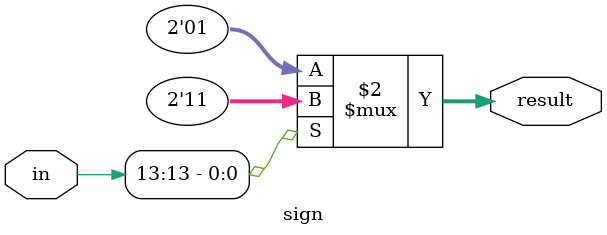
<source format=v>
module sign(input signed [13:0] in, output signed [1:0] result);
assign result = (in[13]==0)?2'b01:2'b11;
endmodule 
</source>
